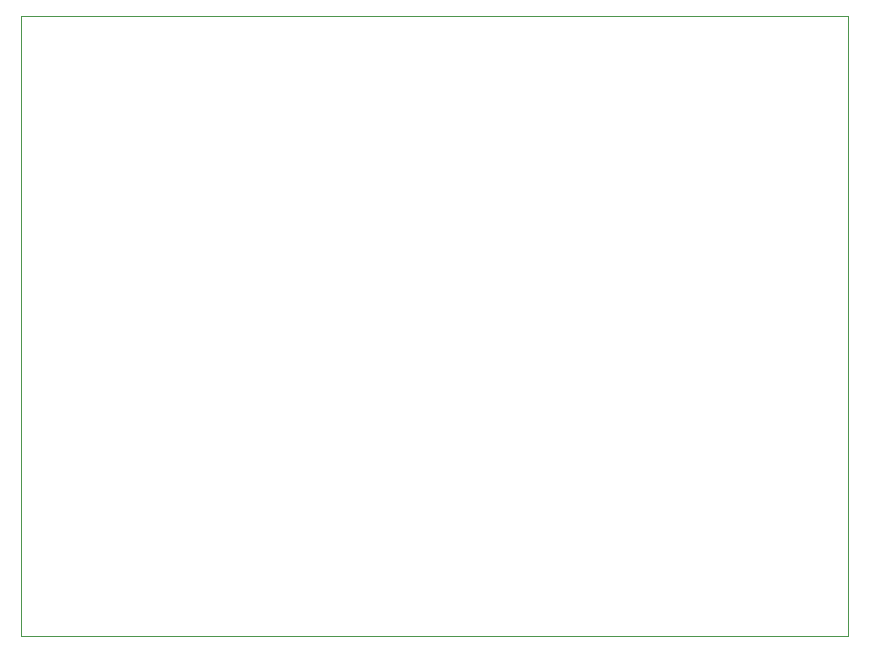
<source format=gbr>
G04 #@! TF.GenerationSoftware,KiCad,Pcbnew,5.1.10-88a1d61d58~90~ubuntu21.04.1*
G04 #@! TF.CreationDate,2021-10-15T10:00:42+02:00*
G04 #@! TF.ProjectId,IndicatorLeds,496e6469-6361-4746-9f72-4c6564732e6b,rev?*
G04 #@! TF.SameCoordinates,Original*
G04 #@! TF.FileFunction,Paste,Bot*
G04 #@! TF.FilePolarity,Positive*
%FSLAX46Y46*%
G04 Gerber Fmt 4.6, Leading zero omitted, Abs format (unit mm)*
G04 Created by KiCad (PCBNEW 5.1.10-88a1d61d58~90~ubuntu21.04.1) date 2021-10-15 10:00:42*
%MOMM*%
%LPD*%
G01*
G04 APERTURE LIST*
G04 #@! TA.AperFunction,Profile*
%ADD10C,0.100000*%
G04 #@! TD*
G04 APERTURE END LIST*
D10*
X45000000Y-49999000D02*
X110000000Y-49999000D01*
X45000000Y-102501000D02*
X45000000Y-49999000D01*
X115001000Y-102501000D02*
X45000000Y-102501000D01*
X115001000Y-49999000D02*
X115001000Y-102501000D01*
X110000000Y-49999000D02*
X115001000Y-49999000D01*
M02*

</source>
